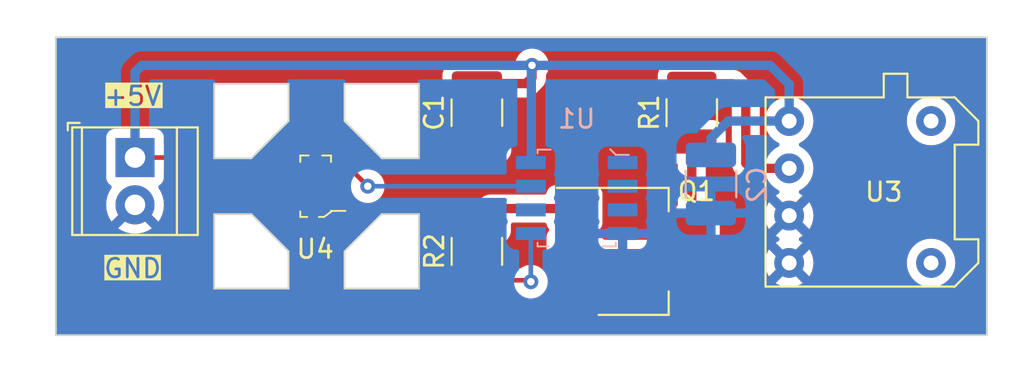
<source format=kicad_pcb>
(kicad_pcb (version 20221018) (generator pcbnew)
  (layers (0 "F.Cu" signal) (31 "B.Cu" signal) (34 "B.Paste" user) (35 "F.Paste" user) (36 "B.SilkS" user "B.Silkscreen") (37 "F.SilkS" user "F.Silkscreen") (38 "B.Mask" user) (39 "F.Mask" user) (44 "Edge.Cuts" user))
  (net 0 "")
  (net 1 "GND")
  (net 2 "Net-(Q1-B)")
  (net 3 "Net-(Q1-C-Pad2)")
  (net 4 "Net-(U3-CATHODE)")
  (net 5 "Net-(U1-PB0)")
  (net 6 "Net-(U1-PB2)")
  (net 7 "+5V")
  (footprint "Capacitor_SMD:C_1210_3225Metric_Pad1.33x2.70mm_HandSolder" (layer "F.Cu") (at 135.61 104.05 90)
    (fp_text reference "C1" (at 0 -2.3 -270) (layer "F.SilkS"))
    (fp_text value "1u")
    (fp_line (start -0.711252 -1.36) (end 0.711252 -1.36) (stroke (width 0.12)) (layer "F.SilkS"))
    (fp_line (start -0.711252 1.36) (end 0.711252 1.36) (stroke (width 0.12)) (layer "F.SilkS"))
    (pad "1" smd roundrect (at -1.5625 0 90) (size 1.325 2.7) (layers "F.Cu" "F.Paste" "F.Mask") (roundrect_rratio 0.188679) (net 1 "GND"))
    (pad "2" smd roundrect (at 1.5625 0 90) (size 1.325 2.7) (layers "F.Cu" "F.Paste" "F.Mask") (roundrect_rratio 0.188679) (net 7 "+5V"))
  )
  (footprint "Resistor_SMD:R_1210_3225Metric_Pad1.30x2.65mm_HandSolder" (layer "F.Cu") (at 147.15 104.05 90)
    (fp_text reference "R1" (at 0 -2.28 90) (layer "F.SilkS"))
    (fp_text value "47")
    (fp_line (start -0.723737 -1.355) (end 0.723737 -1.355) (stroke (width 0.12)) (layer "F.SilkS"))
    (fp_line (start -0.723737 1.355) (end 0.723737 1.355) (stroke (width 0.12)) (layer "F.SilkS"))
    (pad "1" smd roundrect (at -1.55 0 90) (size 1.3 2.65) (layers "F.Cu" "F.Paste" "F.Mask") (roundrect_rratio 0.192308) (net 3 "Net-(Q1-C-Pad2)"))
    (pad "2" smd roundrect (at 1.55 0 90) (size 1.3 2.65) (layers "F.Cu" "F.Paste" "F.Mask") (roundrect_rratio 0.192308) (net 4 "Net-(U3-CATHODE)"))
  )
  (footprint "my library:Versatile_Link" (layer "F.Cu") (at 157.46 101.96)
    (fp_text reference "U3" (at 0 6.35) (layer "F.SilkS"))
    (fp_text value "HFBR-1528Z")
    (fp_line (start -6.35 1.27) (end -6.35 11.43) (stroke (width 0.12)) (layer "F.SilkS"))
    (fp_line (start -6.35 11.43) (end 3.81 11.43) (stroke (width 0.12)) (layer "F.SilkS"))
    (fp_line (start 0 0) (end 0 1.27) (stroke (width 0.12)) (layer "F.SilkS"))
    (fp_line (start 0 1.27) (end -6.35 1.27) (stroke (width 0.12)) (layer "F.SilkS"))
    (fp_line (start 1.27 0) (end 0 0) (stroke (width 0.12)) (layer "F.SilkS"))
    (fp_line (start 1.27 1.27) (end 1.27 0) (stroke (width 0.12)) (layer "F.SilkS"))
    (fp_line (start 3.81 1.27) (end 1.27 1.27) (stroke (width 0.12)) (layer "F.SilkS"))
    (fp_line (start 3.81 3.81) (end 5.08 3.81) (stroke (width 0.12)) (layer "F.SilkS"))
    (fp_line (start 3.81 8.89) (end 3.81 3.81) (stroke (width 0.12)) (layer "F.SilkS"))
    (fp_line (start 3.81 11.43) (end 5.08 10.16) (stroke (width 0.12)) (layer "F.SilkS"))
    (fp_line (start 5.08 2.54) (end 3.81 1.27) (stroke (width 0.12)) (layer "F.SilkS"))
    (fp_line (start 5.08 3.81) (end 5.08 2.54) (stroke (width 0.12)) (layer "F.SilkS"))
    (fp_line (start 5.08 8.89) (end 3.81 8.89) (stroke (width 0.12)) (layer "F.SilkS"))
    (fp_line (start 5.08 10.16) (end 5.08 8.89) (stroke (width 0.12)) (layer "F.SilkS"))
    (pad "1" thru_hole circle (at -5.08 2.54) (size 1.6 1.6) (drill 0.8) (layers "*.Cu" "*.Mask") (net 7 "+5V"))
    (pad "2" thru_hole circle (at -5.08 5.08) (size 1.6 1.6) (drill 0.8) (layers "*.Cu" "*.Mask") (net 4 "Net-(U3-CATHODE)"))
    (pad "3" thru_hole circle (at -5.08 7.62) (size 1.6 1.6) (drill 0.8) (layers "*.Cu" "*.Mask") (net 1 "GND"))
    (pad "4" thru_hole circle (at -5.08 10.16) (size 1.6 1.6) (drill 0.8) (layers "*.Cu" "*.Mask") (net 1 "GND"))
    (pad "5" thru_hole circle (at 2.54 10.16) (size 1.6 1.6) (drill 0.8) (layers "*.Cu" "*.Mask"))
    (pad "6" thru_hole circle (at 2.54 2.54) (size 1.6 1.6) (drill 0.8) (layers "*.Cu" "*.Mask"))
  )
  (footprint "Resistor_SMD:R_1210_3225Metric_Pad1.30x2.65mm_HandSolder" (layer "F.Cu") (at 135.61 111.5 90)
    (fp_text reference "R2" (at 0 -2.28 90) (layer "F.SilkS"))
    (fp_text value "1k")
    (fp_line (start -0.723737 -1.355) (end 0.723737 -1.355) (stroke (width 0.12)) (layer "F.SilkS"))
    (fp_line (start -0.723737 1.355) (end 0.723737 1.355) (stroke (width 0.12)) (layer "F.SilkS"))
    (pad "1" smd roundrect (at -1.55 0 90) (size 1.3 2.65) (layers "F.Cu" "F.Paste" "F.Mask") (roundrect_rratio 0.192308) (net 5 "Net-(U1-PB0)"))
    (pad "2" smd roundrect (at 1.55 0 90) (size 1.3 2.65) (layers "F.Cu" "F.Paste" "F.Mask") (roundrect_rratio 0.192308) (net 2 "Net-(Q1-B)"))
  )
  (footprint "Package_TO_SOT_SMD:SOT-223-3_TabPin2" (layer "F.Cu") (at 144 111.5)
    (fp_text reference "Q1" (at 3.4 -3.225) (layer "F.SilkS"))
    (fp_text value "BCP56")
    (fp_line (start -4.1 -3.41) (end 1.91 -3.41) (stroke (width 0.12)) (layer "F.SilkS"))
    (fp_line (start -1.85 3.41) (end 1.91 3.41) (stroke (width 0.12)) (layer "F.SilkS"))
    (fp_line (start 1.91 -3.41) (end 1.91 -2.15) (stroke (width 0.12)) (layer "F.SilkS"))
    (fp_line (start 1.91 3.41) (end 1.91 2.15) (stroke (width 0.12)) (layer "F.SilkS"))
    (pad "1" smd rect (at -3.15 -2.3) (size 2 1.5) (layers "F.Cu" "F.Paste" "F.Mask") (net 2 "Net-(Q1-B)"))
    (pad "2" smd rect (at -3.15 0) (size 2 1.5) (layers "F.Cu" "F.Paste" "F.Mask") (net 3 "Net-(Q1-C-Pad2)"))
    (pad "2" smd rect (at 3.15 0) (size 2 3.8) (layers "F.Cu" "F.Paste" "F.Mask") (net 3 "Net-(Q1-C-Pad2)"))
    (pad "3" smd rect (at -3.15 2.3) (size 2 1.5) (layers "F.Cu" "F.Paste" "F.Mask") (net 1 "GND"))
  )
  (footprint "digikey-footprints:SOT-23-3" (layer "F.Cu") (at 126.95 108 180)
    (fp_text reference "U4" (at 0.025 -3.375) (layer "F.SilkS"))
    (fp_text value "MCP9700T-E_TT")
    (fp_line (start -0.825 -1.375) (end -0.825 -1.325) (stroke (width 0.1)) (layer "F.SilkS"))
    (fp_line (start -0.825 -1.325) (end -1.6 -1.325) (stroke (width 0.1)) (layer "F.SilkS"))
    (fp_line (start -0.825 1.65) (end -0.825 1.3) (stroke (width 0.1)) (layer "F.SilkS"))
    (fp_line (start -0.45 -1.65) (end -0.825 -1.375) (stroke (width 0.1)) (layer "F.SilkS"))
    (fp_line (start -0.35 1.65) (end -0.825 1.65) (stroke (width 0.1)) (layer "F.SilkS"))
    (fp_line (start -0.175 -1.65) (end -0.45 -1.65) (stroke (width 0.1)) (layer "F.SilkS"))
    (fp_line (start 0.45 -1.65) (end 0.825 -1.65) (stroke (width 0.1)) (layer "F.SilkS"))
    (fp_line (start 0.825 -1.65) (end 0.825 -1.35) (stroke (width 0.1)) (layer "F.SilkS"))
    (fp_line (start 0.825 1.35) (end 0.825 1.65) (stroke (width 0.1)) (layer "F.SilkS"))
    (fp_line (start 0.825 1.425) (end 0.825 1.3) (stroke (width 0.1)) (layer "F.SilkS"))
    (fp_line (start 0.825 1.65) (end 0.375 1.65) (stroke (width 0.1)) (layer "F.SilkS"))
    (pad "1" smd rect (at -1.05 -0.95 180) (size 1.3 0.6) (layers "F.Cu" "F.Paste" "F.Mask") (net 1 "GND"))
    (pad "2" smd rect (at -1.05 0.95 180) (size 1.3 0.6) (layers "F.Cu" "F.Paste" "F.Mask") (net 6 "Net-(U1-PB2)"))
    (pad "3" smd rect (at 1.05 0 180) (size 1.3 0.6) (layers "F.Cu" "F.Paste" "F.Mask") (net 7 "+5V"))
  )
  (footprint "TerminalBlock_TE-Connectivity:TerminalBlock_TE_282834-2_1x02_P2.54mm_Horizontal" (layer "F.Cu") (at 117.25 106.46 -90)
    (fp_text reference "J1" hide)
    (fp_text value "OSTTC022162")
    (fp_line (start -1.86 2.97) (end -1.86 3.61) (stroke (width 0.12)) (layer "F.SilkS"))
    (fp_line (start -1.86 3.61) (end -1.46 3.61) (stroke (width 0.12)) (layer "F.SilkS"))
    (fp_line (start -1.62 -3.37) (end -1.62 3.37) (stroke (width 0.12)) (layer "F.SilkS"))
    (fp_line (start -1.62 -3.37) (end 4.16 -3.37) (stroke (width 0.12)) (layer "F.SilkS"))
    (fp_line (start -1.62 -2.25) (end 4.16 -2.25) (stroke (width 0.12)) (layer "F.SilkS"))
    (fp_line (start -1.62 2.85) (end 4.16 2.85) (stroke (width 0.12)) (layer "F.SilkS"))
    (fp_line (start -1.62 3.37) (end 4.16 3.37) (stroke (width 0.12)) (layer "F.SilkS"))
    (fp_line (start 4.16 -3.37) (end 4.16 3.37) (stroke (width 0.12)) (layer "F.SilkS"))
    (pad "1" thru_hole rect (at 0 0 270) (size 2.1 2.1) (drill 1.1) (layers "*.Cu" "*.Mask") (net 7 "+5V"))
    (pad "2" thru_hole circle (at 2.54 0 270) (size 2.1 2.1) (drill 1.1) (layers "*.Cu" "*.Mask") (net 1 "GND"))
  )
  (footprint "digikey-footprints:SOIC-8_W5.3mm" (layer "B.Cu") (at 140.97 108.635 180)
    (fp_text reference "U1" (at 0 4.25) (layer "B.SilkS") (effects (justify mirror)))
    (fp_text value "ATTINY85-20SU")
    (fp_line (start -2.1 -2.6) (end -1.4 -2.6) (stroke (width 0.1)) (layer "B.SilkS"))
    (fp_line (start -2.1 -2.4) (end -2.1 -2.6) (stroke (width 0.1)) (layer "B.SilkS"))
    (fp_line (start -2.1 2.32) (end -2.8 2.32) (stroke (width 0.1)) (layer "B.SilkS"))
    (fp_line (start -1.8 2.62) (end -2.1 2.32) (stroke (width 0.1)) (layer "B.SilkS"))
    (fp_line (start 1.4 2.6) (end 2.1 2.6) (stroke (width 0.1)) (layer "B.SilkS"))
    (fp_line (start 2.1 -2.6) (end 1.5 -2.6) (stroke (width 0.1)) (layer "B.SilkS"))
    (fp_line (start 2.1 -2.4) (end 2.1 -2.6) (stroke (width 0.1)) (layer "B.SilkS"))
    (fp_line (start 2.1 2.6) (end 2.1 2.4) (stroke (width 0.1)) (layer "B.SilkS"))
    (pad "1" smd rect (at -2.465 1.905 180) (size 1.6 0.7) (layers "B.Cu" "B.Paste" "B.Mask"))
    (pad "2" smd rect (at -2.465 0.635 180) (size 1.6 0.7) (layers "B.Cu" "B.Paste" "B.Mask"))
    (pad "3" smd rect (at -2.465 -0.635 180) (size 1.6 0.7) (layers "B.Cu" "B.Paste" "B.Mask"))
    (pad "4" smd rect (at -2.465 -1.905 180) (size 1.6 0.7) (layers "B.Cu" "B.Paste" "B.Mask") (net 1 "GND"))
    (pad "5" smd rect (at 2.465 -1.905 180) (size 1.6 0.7) (layers "B.Cu" "B.Paste" "B.Mask") (net 5 "Net-(U1-PB0)"))
    (pad "6" smd rect (at 2.465 -0.635 180) (size 1.6 0.7) (layers "B.Cu" "B.Paste" "B.Mask"))
    (pad "7" smd rect (at 2.465 0.635 180) (size 1.6 0.7) (layers "B.Cu" "B.Paste" "B.Mask") (net 6 "Net-(U1-PB2)"))
    (pad "8" smd rect (at 2.465 1.905 180) (size 1.6 0.7) (layers "B.Cu" "B.Paste" "B.Mask") (net 7 "+5V"))
  )
  (footprint "Capacitor_SMD:C_1210_3225Metric_Pad1.33x2.70mm_HandSolder" (layer "B.Cu") (at 148.18 107.88 -90)
    (fp_text reference "C2" (at 0.05 -2.475 90) (layer "B.SilkS") (effects (justify mirror)))
    (fp_text value "10u")
    (fp_line (start -0.711252 -1.36) (end 0.711252 -1.36) (stroke (width 0.12)) (layer "B.SilkS"))
    (fp_line (start -0.711252 1.36) (end 0.711252 1.36) (stroke (width 0.12)) (layer "B.SilkS"))
    (pad "1" smd roundrect (at -1.5625 0 270) (size 1.325 2.7) (layers "B.Cu" "B.Paste" "B.Mask") (roundrect_rratio 0.188679) (net 7 "+5V"))
    (pad "2" smd roundrect (at 1.5625 0 270) (size 1.325 2.7) (layers "B.Cu" "B.Paste" "B.Mask") (roundrect_rratio 0.188679) (net 1 "GND"))
  )
  (gr_line (start 130.5 109.5) (end 128.5 111.5) (stroke (width 0.1)) (layer "Edge.Cuts"))
  (gr_line (start 123.5 109.5) (end 121.5 109.5) (stroke (width 0.1)) (layer "Edge.Cuts"))
  (gr_rect (start 113 100) (end 163 116) (stroke (width 0.1)) (fill none) (layer "Edge.Cuts"))
  (gr_line (start 130.5 106.5) (end 132.5 106.5) (stroke (width 0.1)) (layer "Edge.Cuts"))
  (gr_line (start 132.5 106.5) (end 132.5 102.5) (stroke (width 0.1)) (layer "Edge.Cuts"))
  (gr_line (start 125.5 102.5) (end 121.5 102.5) (stroke (width 0.1)) (layer "Edge.Cuts"))
  (gr_line (start 121.5 109.5) (end 121.5 113.5) (stroke (width 0.1)) (layer "Edge.Cuts"))
  (gr_line (start 125.5 104.5) (end 125.5 102.5) (stroke (width 0.1)) (layer "Edge.Cuts"))
  (gr_line (start 125.5 113.5) (end 125.5 111.5) (stroke (width 0.1)) (layer "Edge.Cuts"))
  (gr_line (start 125.5 111.5) (end 123.5 109.5) (stroke (width 0.1)) (layer "Edge.Cuts"))
  (gr_line (start 121.5 113.5) (end 125.5 113.5) (stroke (width 0.1)) (layer "Edge.Cuts"))
  (gr_line (start 128.5 111.5) (end 128.5 113.5) (stroke (width 0.1)) (layer "Edge.Cuts"))
  (gr_line (start 132.5 102.5) (end 128.5 102.5) (stroke (width 0.1)) (layer "Edge.Cuts"))
  (gr_line (start 132.5 113.5) (end 132.5 109.5) (stroke (width 0.1)) (layer "Edge.Cuts"))
  (gr_line (start 128.5 104.5) (end 130.5 106.5) (stroke (width 0.1)) (layer "Edge.Cuts"))
  (gr_line (start 121.5 102.5) (end 121.5 106.5) (stroke (width 0.1)) (layer "Edge.Cuts"))
  (gr_line (start 128.5 113.5) (end 132.5 113.5) (stroke (width 0.1)) (layer "Edge.Cuts"))
  (gr_line (start 132.5 109.5) (end 130.5 109.5) (stroke (width 0.1)) (layer "Edge.Cuts"))
  (gr_line (start 128.5 102.5) (end 128.5 104.5) (stroke (width 0.1)) (layer "Edge.Cuts"))
  (gr_line (start 121.5 106.5) (end 123.5 106.5) (stroke (width 0.1)) (layer "Edge.Cuts"))
  (gr_line (start 123.5 106.5) (end 125.5 104.5) (stroke (width 0.1)) (layer "Edge.Cuts"))
  (gr_text "+5V" (at 115.5 103.75) (layer "F.SilkS" knockout) (effects (font (size 1 1)) (justify left bottom)))
  (gr_text "GND" (at 115.5 113) (layer "F.SilkS" knockout) (effects (font (size 1 1)) (justify left bottom)))
  (segment (start 140.85 109.2) (end 136.36 109.2) (width 0.5) (layer "F.Cu") (net 2))
  (segment (start 136.36 109.2) (end 135.61 109.95) (width 0.5) (layer "F.Cu") (net 2))
  (segment (start 143 111.5) (end 144.075 111.5) (width 0.25) (layer "F.Cu") (net 3))
  (segment (start 144.075 111.5) (end 146.5 111.5) (width 0.25) (layer "F.Cu") (net 3))
  (segment (start 146.5 111.5) (end 147.15 111.5) (width 0.25) (layer "F.Cu") (net 3))
  (segment (start 140.85 111.5) (end 143 111.5) (width 0.25) (layer "F.Cu") (net 3))
  (segment (start 147.15 111.5) (end 147.15 105.6) (width 0.5) (layer "F.Cu") (net 3))
  (segment (start 150.33 107.04) (end 150.05 106.76) (width 0.5) (layer "F.Cu") (net 4))
  (segment (start 149.32 102.5) (end 147.15 102.5) (width 0.5) (layer "F.Cu") (net 4))
  (segment (start 150.05 103.23) (end 149.32 102.5) (width 0.5) (layer "F.Cu") (net 4))
  (segment (start 150.05 106.76) (end 150.05 103.23) (width 0.5) (layer "F.Cu") (net 4))
  (segment (start 152.38 107.04) (end 150.33 107.04) (width 0.5) (layer "F.Cu") (net 4))
  (segment (start 138.51 113.13) (end 138.43 113.05) (width 0.25) (layer "F.Cu") (net 5))
  (segment (start 138.43 113.05) (end 135.61 113.05) (width 0.25) (layer "F.Cu") (net 5))
  (via (at 138.51 113.13) (size 0.8) (drill 0.4) (layers "F.Cu" "B.Cu") (net 5))
  (segment (start 138.51 113.13) (end 138.505 113.125) (width 0.25) (layer "B.Cu") (net 5))
  (segment (start 138.505 113.125) (end 138.505 110.54) (width 0.25) (layer "B.Cu") (net 5))
  (segment (start 129.75 108) (end 128.8 107.05) (width 0.25) (layer "F.Cu") (net 6))
  (segment (start 128.8 107.05) (end 128 107.05) (width 0.25) (layer "F.Cu") (net 6))
  (via (at 129.75 108) (size 0.8) (drill 0.4) (layers "F.Cu" "B.Cu") (net 6))
  (segment (start 138.505 108) (end 129.75 108) (width 0.25) (layer "B.Cu") (net 6))
  (segment (start 138.57 102.16) (end 138.2425 102.4875) (width 0.5) (layer "F.Cu") (net 7))
  (segment (start 138.2425 102.4875) (end 135.61 102.4875) (width 0.5) (layer "F.Cu") (net 7))
  (segment (start 125.9 108) (end 121 108) (width 0.25) (layer "F.Cu") (net 7))
  (segment (start 119.46 106.46) (end 117.25 106.46) (width 0.25) (layer "F.Cu") (net 7))
  (segment (start 138.57 101.51) (end 138.57 102.16) (width 0.5) (layer "F.Cu") (net 7))
  (segment (start 121 108) (end 119.46 106.46) (width 0.25) (layer "F.Cu") (net 7))
  (via (at 138.57 101.51) (size 0.8) (drill 0.4) (layers "F.Cu" "B.Cu") (net 7))
  (segment (start 138.57 101.51) (end 117.62 101.51) (width 0.5) (layer "B.Cu") (net 7))
  (segment (start 117.62 101.51) (end 117.25 101.88) (width 0.5) (layer "B.Cu") (net 7))
  (segment (start 138.57 101.51) (end 138.535 101.545) (width 0.5) (layer "B.Cu") (net 7))
  (segment (start 138.535 106.685) (end 138.505 106.715) (width 0.5) (layer "B.Cu") (net 7))
  (segment (start 138.57 101.51) (end 151.36 101.51) (width 0.5) (layer "B.Cu") (net 7))
  (segment (start 117.25 101.88) (end 117.25 106.46) (width 0.5) (layer "B.Cu") (net 7))
  (segment (start 148.18 105.42) (end 148.18 106.3175) (width 0.5) (layer "B.Cu") (net 7))
  (segment (start 149.1 104.5) (end 148.18 105.42) (width 0.5) (layer "B.Cu") (net 7))
  (segment (start 152.38 104.5) (end 149.1 104.5) (width 0.5) (layer "B.Cu") (net 7))
  (segment (start 151.36 101.51) (end 152.38 102.53) (width 0.5) (layer "B.Cu") (net 7))
  (segment (start 138.535 101.545) (end 138.535 106.685) (width 0.5) (layer "B.Cu") (net 7))
  (segment (start 152.38 102.53) (end 152.38 104.5) (width 0.5) (layer "B.Cu") (net 7))
  (zone (net 1) (net_name "GND") (layers "F&B.Cu") (connect_pads (clearance 0.5)) (min_thickness 0.25) (fill yes (thermal_gap 0.5) (thermal_bridge_width 0.5))
    (polygon (pts (xy 110 98) (xy 165 98) (xy 165 118) (xy 110 118)))
  )
)
</source>
